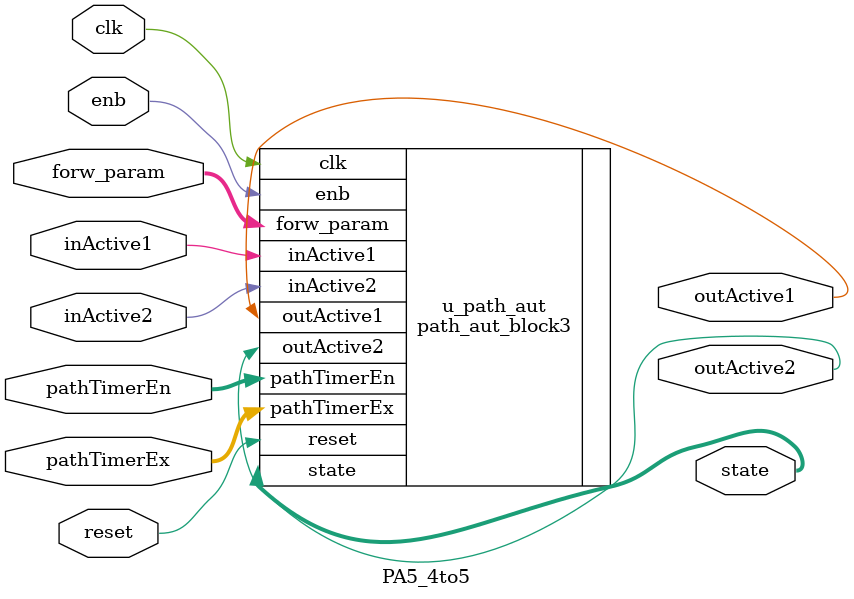
<source format=v>



`timescale 1 ns / 1 ns

module PA5_4to5
          (
           clk,
           reset,
           enb,
           inActive1,
           inActive2,
           pathTimerEn,
           pathTimerEx,
           forw_param,
           outActive1,
           outActive2,
           state
          );


  input   clk;
  input   reset;
  input   enb;
  input   inActive1;
  input   inActive2;
  input   [15:0] pathTimerEn;  // uint16
  input   [15:0] pathTimerEx;  // uint16
  input   [15:0] forw_param;  // uint16
  output  outActive1;
  output  outActive2;
  output  [7:0] state;  // uint8




  path_aut_block3   u_path_aut   (.clk(clk),
                                  .reset(reset),
                                  .enb(enb),
                                  .inActive1(inActive1),
                                  .inActive2(inActive2),
                                  .forw_param(forw_param),  // uint16
                                  .pathTimerEn(pathTimerEn),  // uint16
                                  .pathTimerEx(pathTimerEx),  // uint16
                                  .outActive1(outActive1),
                                  .outActive2(outActive2),
                                  .state(state)  // uint8
                                  );

endmodule  // PA5_4to5


</source>
